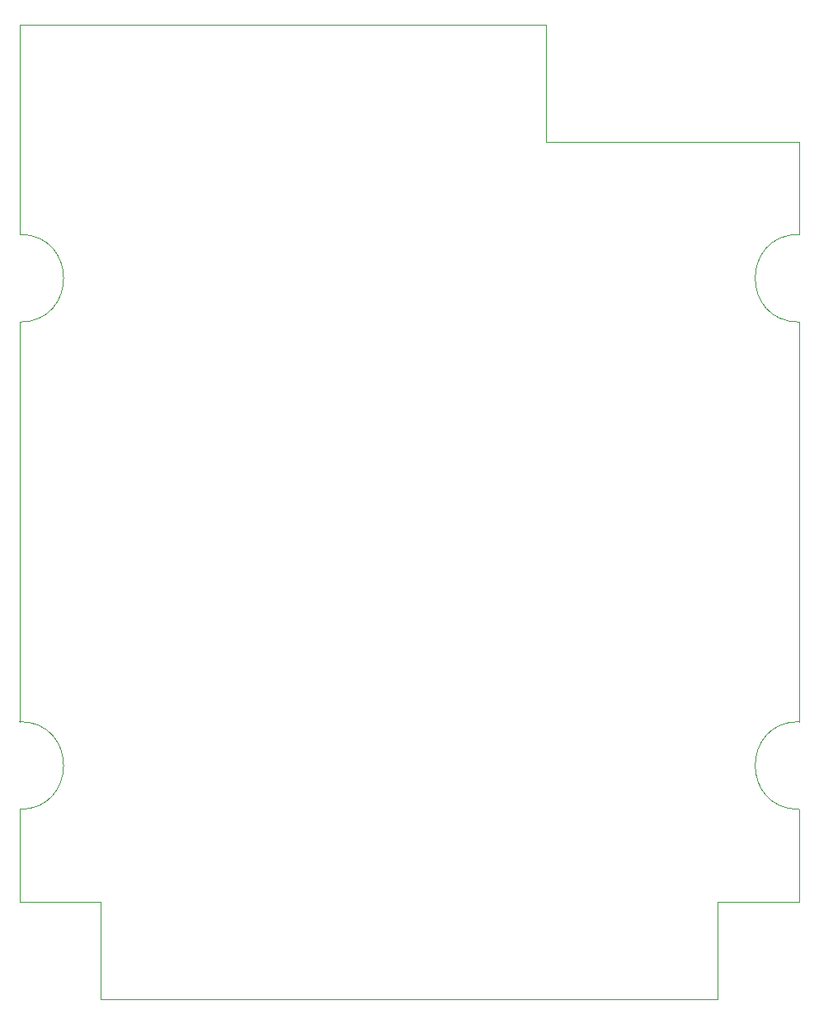
<source format=gbr>
G04 #@! TF.GenerationSoftware,KiCad,Pcbnew,8.0.2*
G04 #@! TF.CreationDate,2025-01-06T21:48:36+01:00*
G04 #@! TF.ProjectId,multicartridge-smd-top-dipswitch,6d756c74-6963-4617-9274-72696467652d,rev?*
G04 #@! TF.SameCoordinates,Original*
G04 #@! TF.FileFunction,Profile,NP*
%FSLAX46Y46*%
G04 Gerber Fmt 4.6, Leading zero omitted, Abs format (unit mm)*
G04 Created by KiCad (PCBNEW 8.0.2) date 2025-01-06 21:48:36*
%MOMM*%
%LPD*%
G01*
G04 APERTURE LIST*
G04 #@! TA.AperFunction,Profile*
%ADD10C,0.050000*%
G04 #@! TD*
G04 APERTURE END LIST*
D10*
X43147000Y-63645000D02*
X43147000Y-59145000D01*
X43147000Y-109145000D02*
X43147000Y-113645000D01*
X43147000Y-115645000D02*
G75*
G02*
X43147000Y-124645000I0J-4500000D01*
G01*
X43147000Y-114145000D02*
X43147000Y-113645000D01*
X43147000Y-127145000D02*
X43147000Y-124645000D01*
X43147000Y-115645000D02*
X43147000Y-114145000D01*
X43147000Y-65645000D02*
G75*
G02*
X43147000Y-74645000I0J-4500000D01*
G01*
X123147000Y-127145000D02*
X123147000Y-124645000D01*
X43147000Y-109145000D02*
X43147000Y-74645000D01*
X43147000Y-65645000D02*
X43147000Y-63645000D01*
X123147000Y-134145000D02*
X123147000Y-127145000D01*
X43147000Y-44145000D02*
X43147000Y-59145000D01*
X43147000Y-134145000D02*
X43147000Y-127145000D01*
X97147000Y-44145000D02*
X83147000Y-44145000D01*
X123147000Y-74745000D02*
X123147000Y-74645000D01*
X123147000Y-115645000D02*
X123147000Y-110045000D01*
X123147000Y-100457000D02*
X123147001Y-94845000D01*
X123147001Y-83445001D02*
X123147000Y-77845000D01*
X123147000Y-63445000D02*
X123147000Y-57845000D01*
X114808000Y-134145000D02*
X115147000Y-134145000D01*
X114808000Y-144145000D02*
X51435000Y-144145000D01*
X51147000Y-134145000D02*
X51435000Y-134145000D01*
X123147000Y-74645000D02*
G75*
G02*
X123147000Y-65645000I0J4500000D01*
G01*
X51435000Y-144145000D02*
X51435000Y-134145000D01*
X123147000Y-65645000D02*
X123147000Y-63445000D01*
X123147000Y-56145000D02*
X97147000Y-56145000D01*
X123147000Y-74745000D02*
X123147000Y-77845000D01*
X51147000Y-134145000D02*
X43147000Y-134145000D01*
X83147000Y-44145000D02*
X43147000Y-44145000D01*
X97147000Y-56145000D02*
X97147000Y-44145000D01*
X123147000Y-110045000D02*
X123147000Y-100457000D01*
X114808000Y-144145000D02*
X114808000Y-134145000D01*
X123147001Y-83445001D02*
X123147001Y-94845000D01*
X123147000Y-124645000D02*
G75*
G02*
X123147000Y-115645000I0J4500000D01*
G01*
X123147000Y-56145000D02*
X123147000Y-57845000D01*
X115147000Y-134145000D02*
X123147000Y-134145000D01*
M02*

</source>
